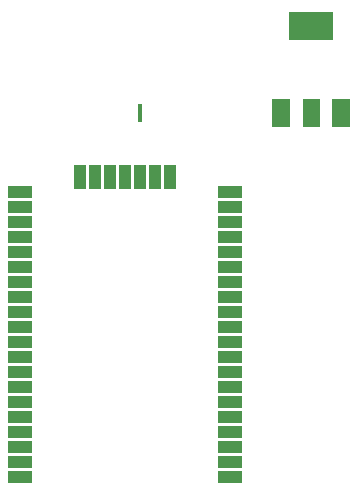
<source format=gtp>
G04 Layer: TopPasteMaskLayer*
G04 EasyEDA v6.2.43, 2019-09-14T08:05:40+03:00*
G04 099efe80dd8e4075b8cc61d203687640,04130c9be27c403289d01f1062dd982b,10*
G04 Gerber Generator version 0.2*
G04 Scale: 100 percent, Rotated: No, Reflected: No *
G04 Dimensions in millimeters *
G04 leading zeros omitted , absolute positions ,3 integer and 3 decimal *
%FSLAX33Y33*%
%MOMM*%
G90*
G71D02*

%ADD15R,1.999996X1.016000*%
%ADD16R,1.016000X1.999996*%
%ADD17R,0.399999X1.524000*%
%ADD18R,1.501140X2.399995*%
%ADD19R,1.500988X2.399995*%
%ADD20R,3.799840X2.399995*%

%LPD*%
G54D15*
G01X14986Y3556D03*
G01X14986Y4826D03*
G01X14986Y6096D03*
G01X14986Y7366D03*
G01X14986Y8636D03*
G01X14986Y9906D03*
G01X14986Y11176D03*
G01X14986Y12446D03*
G01X14986Y13716D03*
G01X14986Y14986D03*
G01X14986Y16256D03*
G01X14986Y17526D03*
G01X14986Y18796D03*
G01X14986Y20066D03*
G01X14986Y21336D03*
G01X14986Y22606D03*
G01X14986Y23876D03*
G01X14986Y25146D03*
G01X14986Y26416D03*
G01X14986Y27686D03*
G54D16*
G01X20066Y28956D03*
G01X21336Y28956D03*
G01X22606Y28956D03*
G01X23876Y28956D03*
G01X25146Y28956D03*
G01X26416Y28956D03*
G01X27686Y28956D03*
G54D15*
G01X32766Y3556D03*
G01X32766Y4826D03*
G01X32766Y6096D03*
G01X32766Y7366D03*
G01X32766Y8636D03*
G01X32766Y9906D03*
G01X32766Y11176D03*
G01X32766Y12446D03*
G01X32766Y13716D03*
G01X32766Y14986D03*
G01X32766Y16256D03*
G01X32766Y17526D03*
G01X32766Y18796D03*
G01X32766Y20066D03*
G01X32766Y21336D03*
G01X32766Y22606D03*
G01X32766Y23876D03*
G01X32766Y25146D03*
G01X32766Y26416D03*
G01X32766Y27686D03*
G54D17*
G01X25154Y34359D03*
G54D18*
G01X37084Y34417D03*
G36*
G01X38874Y35615D02*
G01X40373Y35615D01*
G01X40373Y33218D01*
G01X38874Y33218D01*
G01X38874Y35615D01*
G37*
G54D19*
G01X42164Y34417D03*
G54D20*
G01X39624Y41783D03*
M00*
M02*

</source>
